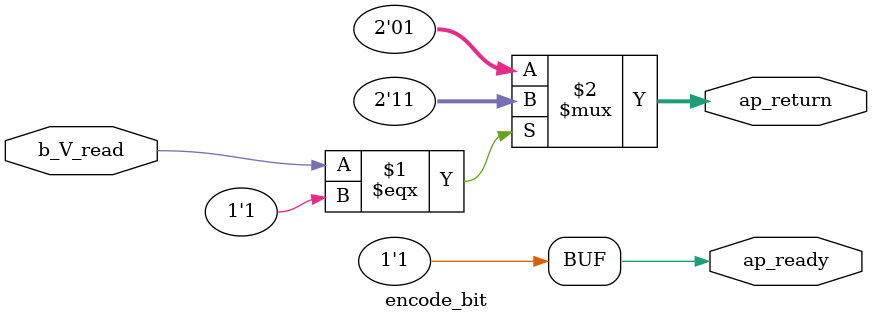
<source format=v>

`timescale 1 ns / 1 ps 

module encode_bit (
        ap_ready,
        b_V_read,
        ap_return
);


output   ap_ready;
input  [0:0] b_V_read;
output  [1:0] ap_return;

assign ap_ready = 1'b1;

assign ap_return = ((b_V_read[0:0] === 1'b1) ? 2'd3 : 2'd1);

endmodule //encode_bit

</source>
